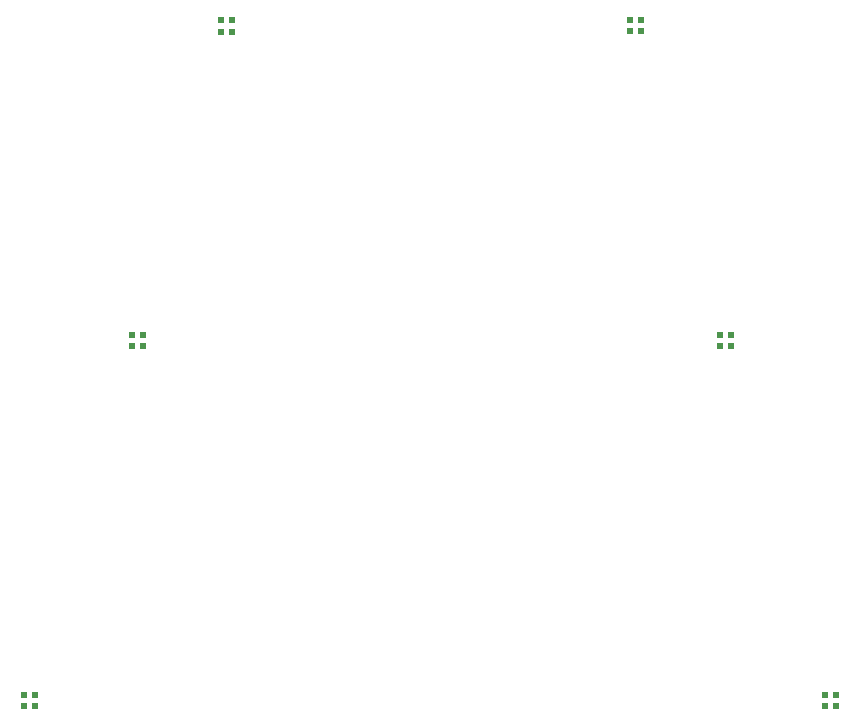
<source format=gbr>
G04 #@! TF.GenerationSoftware,KiCad,Pcbnew,(5.0.2)-1*
G04 #@! TF.CreationDate,2020-06-10T19:39:16-05:00*
G04 #@! TF.ProjectId,Base_Hardware,42617365-5f48-4617-9264-776172652e6b,rev?*
G04 #@! TF.SameCoordinates,Original*
G04 #@! TF.FileFunction,Paste,Bot*
G04 #@! TF.FilePolarity,Positive*
%FSLAX46Y46*%
G04 Gerber Fmt 4.6, Leading zero omitted, Abs format (unit mm)*
G04 Created by KiCad (PCBNEW (5.0.2)-1) date 6/10/2020 7:39:16 PM*
%MOMM*%
%LPD*%
G01*
G04 APERTURE LIST*
%ADD10R,0.550000X0.550000*%
G04 APERTURE END LIST*
D10*
G04 #@! TO.C,D2*
X175580000Y-124460000D03*
X175580000Y-125410000D03*
X176530000Y-124460000D03*
X176530000Y-125410000D03*
G04 #@! TD*
G04 #@! TO.C,D5*
X166690000Y-93969800D03*
X166690000Y-94919800D03*
X167640000Y-93969800D03*
X167640000Y-94919800D03*
G04 #@! TD*
G04 #@! TO.C,D8*
X160020000Y-68260000D03*
X160020000Y-67310000D03*
X159070000Y-68260000D03*
X159070000Y-67310000D03*
G04 #@! TD*
G04 #@! TO.C,D10*
X125399800Y-67320200D03*
X124449800Y-67320200D03*
X125399800Y-68270200D03*
X124449800Y-68270200D03*
G04 #@! TD*
G04 #@! TO.C,D12*
X116906000Y-94930000D03*
X117856000Y-94930000D03*
X116906000Y-93980000D03*
X117856000Y-93980000D03*
G04 #@! TD*
G04 #@! TO.C,D13*
X107762000Y-125410000D03*
X108712000Y-125410000D03*
X107762000Y-124460000D03*
X108712000Y-124460000D03*
G04 #@! TD*
M02*

</source>
